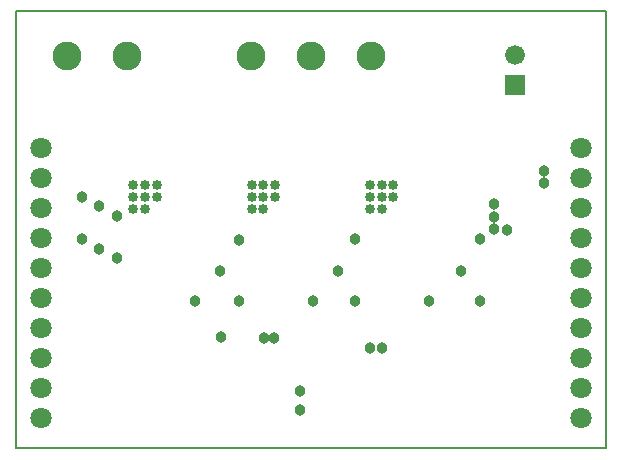
<source format=gbr>
%FSLAX23Y23*%
%MOIN*%
G04 EasyPC Gerber Version 15.0.4 Build 3016 *
%ADD94R,0.06600X0.06600*%
%ADD10C,0.00500*%
%ADD85C,0.03356*%
%ADD86C,0.03800*%
%ADD95C,0.06600*%
%ADD92C,0.07100*%
%ADD93C,0.09655*%
X0Y0D02*
D02*
D10*
X1971Y655D02*
Y2111D01*
X3*
Y655*
X1971*
D02*
D85*
X396Y1452D03*
Y1491D03*
Y1531D03*
X436Y1452D03*
Y1491D03*
Y1531D03*
X475Y1491D03*
Y1531D03*
X790Y1452D03*
Y1491D03*
Y1531D03*
X829Y1452D03*
Y1491D03*
Y1531D03*
X869Y1491D03*
Y1531D03*
X1184Y1452D03*
Y1491D03*
Y1531D03*
X1223Y1452D03*
Y1491D03*
Y1531D03*
X1262Y1491D03*
Y1531D03*
D02*
D86*
X223Y1352D03*
Y1493D03*
X282Y1320D03*
Y1462D03*
X341Y1289D03*
Y1430D03*
X601Y1147D03*
X684Y1245D03*
X687Y1025D03*
X747Y1147D03*
Y1348D03*
X831Y1022D03*
X866Y1021D03*
X950Y846D03*
X951Y783D03*
X995Y1147D03*
X1077Y1245D03*
X1136Y1147D03*
Y1352D03*
X1184Y989D03*
X1223D03*
X1380Y1147D03*
X1487Y1245D03*
X1550Y1147D03*
Y1352D03*
X1597Y1387D03*
Y1426D03*
Y1470D03*
X1640Y1383D03*
X1766Y1540D03*
Y1580D03*
D02*
D92*
X87Y756D03*
Y856D03*
Y956D03*
Y1056D03*
Y1156D03*
Y1256D03*
Y1356D03*
Y1456D03*
Y1556D03*
Y1656D03*
X1887Y756D03*
Y856D03*
Y956D03*
Y1056D03*
Y1156D03*
Y1256D03*
Y1356D03*
Y1456D03*
Y1556D03*
Y1656D03*
D02*
D93*
X174Y1962D03*
X374D03*
X787Y1964D03*
X987D03*
X1187D03*
D02*
D94*
X1669Y1866D03*
D02*
D95*
Y1965D03*
X0Y0D02*
M02*

</source>
